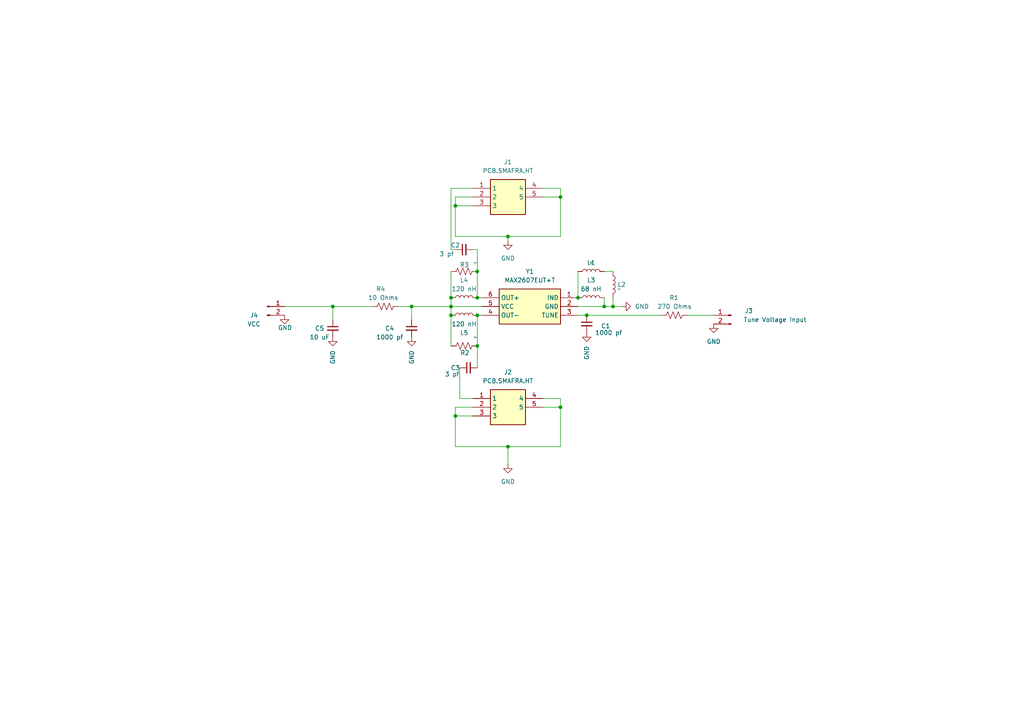
<source format=kicad_sch>
(kicad_sch (version 20230121) (generator eeschema)
  (paper "A4")
  (lib_symbols
    (symbol "Connector:Conn_01x02_Male" (pin_names (offset 1.016) hide)
      (property "Reference" "J" (at 0 2.54 0))
      (property "Value" "Conn_01x02_Male" (at 0 -5.08 0))
      (symbol "Conn_01x02_Male_1_1"
        (polyline (pts (xy 1.27 -2.54) (xy 0.8636 -2.54)) (stroke (width 0.1524)))
        (polyline (pts (xy 1.27 0) (xy 0.8636 0)) (stroke (width 0.1524)))
        (rectangle (start 0.8636 -2.413) (end 0 -2.667) (stroke (width 0.1524)) (fill (type outline)))
        (rectangle (start 0.8636 0.127) (end 0 -0.127) (stroke (width 0.1524)) (fill (type outline)))
        (pin passive line (at 5.08 0 180) (length 3.81) (name "Pin_1") (number "1"))
        (pin passive line (at 5.08 -2.54 180) (length 3.81) (name "Pin_2") (number "2"))
      )
    )
    (symbol "Device:C_Small" (pin_numbers hide) (pin_names (offset 0.254) hide)
      (property "Reference" "C" (at 0.254 1.778 0))
      (property "Value" "C_Small" (at 0.254 -2.032 0))
      (symbol "C_Small_0_1"
        (polyline (pts (xy -1.524 -0.508) (xy 1.524 -0.508)) (stroke (width 0.3302)))
        (polyline (pts (xy -1.524 0.508) (xy 1.524 0.508)) (stroke (width 0.3048)))
      )
      (symbol "C_Small_1_1"
        (pin passive line (at 0 2.54 270) (length 2.032) (name "~") (number "1"))
        (pin passive line (at 0 -2.54 90) (length 2.032) (name "~") (number "2"))
      )
    )
    (symbol "Device:L" (pin_numbers hide) (pin_names (offset 1.016) hide)
      (property "Reference" "L" (at -1.27 0 90))
      (property "Value" "L" (at 1.905 0 90))
      (symbol "L_0_1"
        (arc (start 0 -2.54) (mid 0.6323 -1.905) (end 0 -1.27))
        (arc (start 0 -1.27) (mid 0.6323 -0.635) (end 0 0))
        (arc (start 0 0) (mid 0.6323 0.635) (end 0 1.27))
        (arc (start 0 1.27) (mid 0.6323 1.905) (end 0 2.54))
      )
      (symbol "L_1_1"
        (pin passive line (at 0 3.81 270) (length 1.27) (name "1") (number "1"))
        (pin passive line (at 0 -3.81 90) (length 1.27) (name "2") (number "2"))
      )
    )
    (symbol "Device:R_US" (pin_numbers hide) (pin_names (offset 0))
      (property "Reference" "R" (at 2.54 0 90))
      (property "Value" "R_US" (at -2.54 0 90))
      (symbol "R_US_0_1"
        (polyline (pts (xy 0 -2.286) (xy 0 -2.54)))
        (polyline (pts (xy 0 2.286) (xy 0 2.54)))
        (polyline (pts (xy 0 -0.762) (xy 1.016 -1.143) (xy 0 -1.524) (xy -1.016 -1.905) (xy 0 -2.286)))
        (polyline (pts (xy 0 0.762) (xy 1.016 0.381) (xy 0 0) (xy -1.016 -0.381) (xy 0 -0.762)))
        (polyline (pts (xy 0 2.286) (xy 1.016 1.905) (xy 0 1.524) (xy -1.016 1.143) (xy 0 0.762)))
      )
      (symbol "R_US_1_1"
        (pin passive line (at 0 3.81 270) (length 1.27) (name "~") (number "1"))
        (pin passive line (at 0 -3.81 90) (length 1.27) (name "~") (number "2"))
      )
    )
    (symbol "Mouser:MAX2607EUT+T"
      (property "Reference" "Y" (at 24.13 7.62 0))
      (property "Value" "MAX2607EUT+T" (at 24.13 5.08 0))
      (symbol "MAX2607EUT+T_1_1"
        (rectangle (start 5.08 2.54) (end 22.86 -7.62) (stroke (width 0.254)) (fill (type background)))
        (pin passive line (at 0 0 0) (length 5.08) (name "IND") (number "1"))
        (pin passive line (at 0 -2.54 0) (length 5.08) (name "GND") (number "2"))
        (pin passive line (at 0 -5.08 0) (length 5.08) (name "TUNE") (number "3"))
        (pin passive line (at 27.94 -5.08 180) (length 5.08) (name "OUT-") (number "4"))
        (pin passive line (at 27.94 -2.54 180) (length 5.08) (name "VCC") (number "5"))
        (pin passive line (at 27.94 0 180) (length 5.08) (name "OUT+") (number "6"))
      )
    )
    (symbol "Mouser:PCB.SMAFRA.HT"
      (property "Reference" "J" (at 16.51 7.62 0))
      (property "Value" "PCB.SMAFRA.HT" (at 16.51 5.08 0))
      (symbol "PCB.SMAFRA.HT_1_1"
        (rectangle (start 5.08 2.54) (end 15.24 -7.62) (stroke (width 0.254)) (fill (type background)))
        (pin passive line (at 0 0 0) (length 5.08) (name "1") (number "1"))
        (pin passive line (at 0 -2.54 0) (length 5.08) (name "2") (number "2"))
        (pin passive line (at 0 -5.08 0) (length 5.08) (name "3") (number "3"))
        (pin passive line (at 20.32 0 180) (length 5.08) (name "4") (number "4"))
        (pin passive line (at 20.32 -2.54 180) (length 5.08) (name "5") (number "5"))
      )
    )
    (symbol "power:GND" (power) (pin_names (offset 0))
      (property "Value" "GND" (at 0 -3.81 0))
      (symbol "GND_0_1"
        (polyline (pts (xy 0 0) (xy 0 -1.27) (xy 1.27 -1.27) (xy 0 -2.54) (xy -1.27 -1.27) (xy 0 -1.27)))
      )
      (symbol "GND_1_1"
        (pin power_in line (at 0 0 270) (length 0) hide (name "GND") (number "1"))
      )
    )
  )
  (junction (at 130.81 91.44))
  (junction (at 138.43 91.44))
  (junction (at 177.8 88.9))
  (junction (at 175.26 88.9))
  (junction (at 138.43 100.33))
  (junction (at 130.81 88.9))
  (junction (at 130.81 86.36))
  (junction (at 162.56 118.11))
  (junction (at 132.08 59.69))
  (junction (at 138.43 78.74))
  (junction (at 170.18 91.44))
  (junction (at 147.32 129.54))
  (junction (at 132.08 120.65))
  (junction (at 138.43 86.36))
  (junction (at 162.56 57.15))
  (junction (at 167.64 86.36))
  (junction (at 119.38 88.9))
  (junction (at 147.32 68.58))
  (junction (at 96.52 88.9))
  (wire (pts (xy 138.43 72.39) (xy 138.43 78.74)))
  (wire (pts (xy 132.08 120.65) (xy 137.16 120.65)))
  (wire (pts (xy 147.32 68.58) (xy 162.56 68.58)))
  (wire (pts (xy 177.8 88.9) (xy 180.34 88.9)))
  (wire (pts (xy 199.39 91.44) (xy 207.01 91.44)))
  (wire (pts (xy 138.43 91.44) (xy 139.7 91.44)))
  (wire (pts (xy 132.08 118.11) (xy 137.16 118.11)))
  (wire (pts (xy 119.38 88.9) (xy 119.38 92.71)))
  (wire (pts (xy 157.48 54.61) (xy 162.56 54.61)))
  (wire (pts (xy 119.38 88.9) (xy 130.81 88.9)))
  (wire (pts (xy 167.64 91.44) (xy 170.18 91.44)))
  (wire (pts (xy 138.43 86.36) (xy 139.7 86.36)))
  (wire (pts (xy 138.43 100.33) (xy 138.43 106.68)))
  (wire (pts (xy 147.32 134.62) (xy 147.32 129.54)))
  (wire (pts (xy 115.57 88.9) (xy 119.38 88.9)))
  (wire (pts (xy 96.52 88.9) (xy 107.95 88.9)))
  (wire (pts (xy 157.48 57.15) (xy 162.56 57.15)))
  (wire (pts (xy 138.43 78.74) (xy 138.43 86.36)))
  (wire (pts (xy 132.08 129.54) (xy 147.32 129.54)))
  (wire (pts (xy 167.64 78.74) (xy 167.64 86.36)))
  (wire (pts (xy 130.81 86.36) (xy 130.81 88.9)))
  (wire (pts (xy 130.81 54.61) (xy 137.16 54.61)))
  (wire (pts (xy 132.08 72.39) (xy 130.81 72.39)))
  (wire (pts (xy 96.52 92.71) (xy 96.52 88.9)))
  (wire (pts (xy 170.18 91.44) (xy 191.77 91.44)))
  (wire (pts (xy 175.26 88.9) (xy 177.8 88.9)))
  (wire (pts (xy 130.81 54.61) (xy 130.81 72.39)))
  (wire (pts (xy 177.8 86.36) (xy 177.8 88.9)))
  (wire (pts (xy 130.81 78.74) (xy 130.81 86.36)))
  (wire (pts (xy 130.81 91.44) (xy 130.81 100.33)))
  (wire (pts (xy 157.48 115.57) (xy 162.56 115.57)))
  (wire (pts (xy 132.08 59.69) (xy 137.16 59.69)))
  (wire (pts (xy 132.08 120.65) (xy 132.08 118.11)))
  (wire (pts (xy 162.56 57.15) (xy 162.56 68.58)))
  (wire (pts (xy 82.55 88.9) (xy 96.52 88.9)))
  (wire (pts (xy 175.26 78.74) (xy 177.8 78.74)))
  (wire (pts (xy 147.32 69.85) (xy 147.32 68.58)))
  (wire (pts (xy 175.26 86.36) (xy 175.26 88.9)))
  (wire (pts (xy 162.56 54.61) (xy 162.56 57.15)))
  (wire (pts (xy 162.56 115.57) (xy 162.56 118.11)))
  (wire (pts (xy 137.16 72.39) (xy 138.43 72.39)))
  (wire (pts (xy 175.26 88.9) (xy 167.64 88.9)))
  (wire (pts (xy 132.08 129.54) (xy 132.08 120.65)))
  (wire (pts (xy 132.08 59.69) (xy 132.08 57.15)))
  (wire (pts (xy 132.08 57.15) (xy 137.16 57.15)))
  (wire (pts (xy 157.48 118.11) (xy 162.56 118.11)))
  (wire (pts (xy 132.08 68.58) (xy 147.32 68.58)))
  (wire (pts (xy 162.56 118.11) (xy 162.56 129.54)))
  (wire (pts (xy 130.81 88.9) (xy 130.81 91.44)))
  (wire (pts (xy 147.32 129.54) (xy 162.56 129.54)))
  (wire (pts (xy 133.35 106.68) (xy 133.35 115.57)))
  (wire (pts (xy 132.08 68.58) (xy 132.08 59.69)))
  (wire (pts (xy 133.35 115.57) (xy 137.16 115.57)))
  (wire (pts (xy 138.43 91.44) (xy 138.43 100.33)))
  (wire (pts (xy 130.81 88.9) (xy 139.7 88.9)))
  (symbol (lib_id "Device:L") (at 134.62 91.44 90) (unit 1)
    (property "Reference" "L5" (at 134.62 96.52 90))
    (property "Value" "120 nH" (at 134.62 93.98 90))
    (property "Footprint" "Inductor_SMD:L_0805_2012Metric" (effects hide))
  )
  (symbol (lib_id "power:GND") (at 170.18 96.52 0) (mirror y) (unit 1)
    (property "Reference" "#PWR07" (effects hide))
    (property "Value" "GND" (at 170.18 100.33 90) (effects (justify right)))
  )
  (symbol (lib_id "Device:C_Small") (at 170.18 93.98 0) (unit 1)
    (property "Reference" "C1" (at 175.6675 94.5553 0))
    (property "Value" "1000 pf" (at 176.53 96.52 0))
    (property "Footprint" "Capacitor_SMD:C_1206_3216Metric" (effects hide))
  )
  (symbol (lib_id "Device:R_US") (at 111.76 88.9 90) (unit 1)
    (property "Reference" "R4" (at 111.76 83.82 90) (effects (justify left)))
    (property "Value" "10 Ohms" (at 115.57 86.36 90) (effects (justify left)))
    (property "Footprint" "Resistor_SMD:R_0805_2012Metric_Pad1.20x1.40mm_HandSolder" (effects hide))
  )
  (symbol (lib_id "Connector:Conn_01x02_Male") (at 212.09 91.44 0) (mirror y) (unit 1)
    (property "Reference" "J3" (at 217.17 90.17 0))
    (property "Value" "Tune Voltage Input" (at 224.79 92.71 0))
    (property "Footprint" "Connector_PinHeader_2.54mm:PinHeader_1x02_P2.54mm_Vertical" (effects hide))
  )
  (symbol (lib_id "Device:C_Small") (at 119.38 95.25 0) (unit 1)
    (property "Reference" "C4" (at 113.03 95.25 0))
    (property "Value" "1000 pf" (at 113.03 97.79 0))
    (property "Footprint" "Capacitor_SMD:C_1206_3216Metric" (effects hide))
  )
  (symbol (lib_id "Device:L") (at 134.62 86.36 90) (unit 1)
    (property "Reference" "L4" (at 134.62 81.28 90))
    (property "Value" "120 nH" (at 134.62 83.82 90))
    (property "Footprint" "Inductor_SMD:L_0805_2012Metric" (effects hide))
  )
  (symbol (lib_id "Device:C_Small") (at 135.89 106.68 90) (unit 1)
    (property "Reference" "C3" (at 132.08 106.68 90))
    (property "Value" "3 pf" (at 131.1336 108.5205 90))
    (property "Footprint" "Capacitor_SMD:C_1206_3216Metric" (effects hide))
  )
  (symbol (lib_id "Device:C_Small") (at 134.62 72.39 90) (unit 1)
    (property "Reference" "C2" (at 132.08 71.12 90))
    (property "Value" "3 pf" (at 129.54 73.66 90))
    (property "Footprint" "Capacitor_SMD:C_1206_3216Metric" (effects hide))
  )
  (symbol (lib_id "power:GND") (at 207.01 93.98 0) (unit 1)
    (property "Reference" "#PWR05" (effects hide))
    (property "Value" "GND" (at 207.01 99.06 0))
  )
  (symbol (lib_id "Mouser:PCB.SMAFRA.HT") (at 137.16 115.57 0) (unit 1)
    (property "Reference" "J2" (at 147.32 107.95 0))
    (property "Value" "PCB.SMAFRA.HT" (at 147.32 110.49 0))
    (property "Footprint" "PCBSMAFRAHT" (effects hide))
    (property "Height" "9" (effects hide))
    (property "Mouser Part Number" "960-PCB.SMAFRA.HT" (effects hide))
    (property "Mouser Price/Stock" "https://www.mouser.co.uk/ProductDetail/Taoglas/PCB.SMAFRA.HT?qs=RuW%2Fu%252BNMQmubIFYcN8w5Dw%3D%3D" (effects hide))
    (property "Manufacturer_Name" "Taoglas" (effects hide))
    (property "Manufacturer_Part_Number" "PCB.SMAFRA.HT" (effects hide))
  )
  (symbol (lib_id "power:GND") (at 119.38 97.79 0) (mirror y) (unit 1)
    (property "Reference" "#PWR01" (effects hide))
    (property "Value" "GND" (at 119.38 101.6 90) (effects (justify right)))
  )
  (symbol (lib_id "power:GND") (at 147.32 134.62 0) (unit 1)
    (property "Reference" "#PWR04" (effects hide))
    (property "Value" "GND" (at 147.32 139.7 0))
  )
  (symbol (lib_id "Device:L") (at 171.45 78.74 90) (unit 1)
    (property "Reference" "L1" (at 171.45 76.2 90))
    (property "Value" "~" (at 171.45 76.2 90))
    (property "Footprint" "Inductor_SMD:L_0805_2012Metric" (effects hide))
  )
  (symbol (lib_id "power:GND") (at 147.32 69.85 0) (unit 1)
    (property "Reference" "#PWR03" (effects hide))
    (property "Value" "GND" (at 147.32 74.93 0))
  )
  (symbol (lib_id "power:GND") (at 96.52 97.79 0) (mirror y) (unit 1)
    (property "Reference" "#PWR08" (effects hide))
    (property "Value" "GND" (at 96.52 101.6 90) (effects (justify right)))
  )
  (symbol (lib_id "Device:L") (at 177.8 82.55 0) (unit 1)
    (property "Reference" "L2" (at 179.07 82.55 0) (effects (justify left)))
    (property "Value" "~" (at 179.07 83.82 0) (effects (justify left)))
    (property "Footprint" "Inductor_SMD:L_0805_2012Metric" (effects hide))
  )
  (symbol (lib_id "Mouser:MAX2607EUT+T") (at 167.64 86.36 0) (mirror y) (unit 1)
    (property "Reference" "Y1" (at 153.67 78.74 0))
    (property "Value" "MAX2607EUT+T" (at 153.67 81.28 0))
    (property "Footprint" "SOT95P280X145-6N" (effects hide))
    (property "Datasheet" "https://datasheets.maximintegrated.com/en/ds/MAX2605-MAX2609.pdf" (effects hide))
    (property "Height" "1.45" (effects hide))
    (property "Mouser Part Number" "700-MAX2607EUTT" (effects hide))
    (property "Mouser Price/Stock" "https://www.mouser.co.uk/ProductDetail/Analog-Devices-Maxim-Integrated/MAX2607EUT%2bT?qs=1THa7WoU59F0%252BPPJIUR5ow%3D%3D" (effects hide))
    (property "Manufacturer_Name" "Analog Devices" (effects hide))
    (property "Manufacturer_Part_Number" "MAX2607EUT+T" (effects hide))
  )
  (symbol (lib_id "power:GND") (at 180.34 88.9 90) (mirror x) (unit 1)
    (property "Reference" "#PWR02" (effects hide))
    (property "Value" "GND" (at 184.15 88.9 90) (effects (justify right)))
  )
  (symbol (lib_id "Connector:Conn_01x02_Male") (at 77.47 88.9 0) (unit 1)
    (property "Reference" "J4" (at 73.66 91.44 0))
    (property "Value" "VCC" (at 73.66 93.98 0))
    (property "Footprint" "Connector_PinHeader_2.54mm:PinHeader_1x02_P2.54mm_Vertical" (effects hide))
  )
  (symbol (lib_id "power:GND") (at 82.55 91.44 0) (unit 1)
    (property "Reference" "#PWR06" (effects hide))
    (property "Value" "GND" (at 82.6637 95.0677 0))
  )
  (symbol (lib_id "Device:L") (at 171.45 86.36 90) (unit 1)
    (property "Reference" "L3" (at 171.45 81.28 90))
    (property "Value" "68 nH" (at 171.45 83.82 90))
    (property "Footprint" "Inductor_SMD:L_0805_2012Metric" (effects hide))
  )
  (symbol (lib_id "Device:R_US") (at 195.58 91.44 90) (unit 1)
    (property "Reference" "R1" (at 196.85 86.36 90) (effects (justify left)))
    (property "Value" "270 Ohms" (at 200.66 88.9 90) (effects (justify left)))
    (property "Footprint" "Resistor_SMD:R_0805_2012Metric_Pad1.20x1.40mm_HandSolder" (effects hide))
  )
  (symbol (lib_id "Device:R_US") (at 134.62 78.74 90) (unit 1)
    (property "Reference" "R3" (at 136.0535 76.8089 90) (effects (justify left)))
    (property "Value" "~" (at 138.43 76.2 90) (effects (justify left)))
    (property "Footprint" "Resistor_SMD:R_0805_2012Metric_Pad1.20x1.40mm_HandSolder" (effects hide))
  )
  (symbol (lib_id "Mouser:PCB.SMAFRA.HT") (at 137.16 54.61 0) (unit 1)
    (property "Reference" "J1" (at 147.32 46.99 0))
    (property "Value" "PCB.SMAFRA.HT" (at 147.32 49.53 0))
    (property "Footprint" "PCBSMAFRAHT" (effects hide))
    (property "Height" "9" (effects hide))
    (property "Mouser Part Number" "960-PCB.SMAFRA.HT" (effects hide))
    (property "Mouser Price/Stock" "https://www.mouser.co.uk/ProductDetail/Taoglas/PCB.SMAFRA.HT?qs=RuW%2Fu%252BNMQmubIFYcN8w5Dw%3D%3D" (effects hide))
    (property "Manufacturer_Name" "Taoglas" (effects hide))
    (property "Manufacturer_Part_Number" "PCB.SMAFRA.HT" (effects hide))
  )
  (symbol (lib_id "Device:R_US") (at 134.62 100.33 90) (unit 1)
    (property "Reference" "R2" (at 136.1996 102.3341 90) (effects (justify left)))
    (property "Value" "~" (at 138.43 97.79 90) (effects (justify left)))
    (property "Footprint" "Resistor_SMD:R_0805_2012Metric_Pad1.20x1.40mm_HandSolder" (effects hide))
  )
  (symbol (lib_id "Device:C_Small") (at 96.52 95.25 0) (unit 1)
    (property "Reference" "C5" (at 92.71 95.25 0))
    (property "Value" "10 uF" (at 92.71 97.79 0))
    (property "Footprint" "Capacitor_SMD:C_1206_3216Metric" (effects hide))
  )
)
</source>
